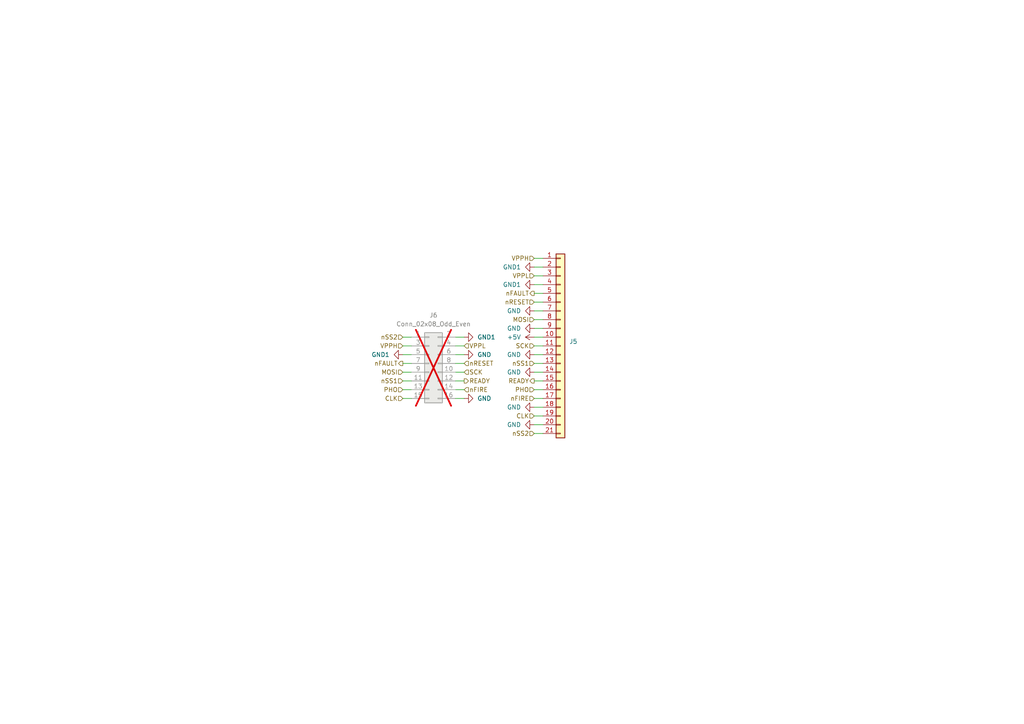
<source format=kicad_sch>
(kicad_sch (version 20231120) (generator "eeschema") (generator_version "8.0")
  (paper "A4")
  (title_block (title "Xaar 128 Driver") (date "2023-12-04") (rev "1.0.0"))
  (lib_symbols
    (symbol "Connector_Generic:Conn_01x21" (pin_names (offset 1.016) hide)
      (property "Reference" "J" (at 0 27.94 0))
      (property "Value" "Conn_01x21" (at 0 -27.94 0))
      (symbol "Conn_01x21_1_1"
        (rectangle (start -1.27 -25.273) (end 0 -25.527) (stroke (width 0.1524)))
        (rectangle (start -1.27 -22.733) (end 0 -22.987) (stroke (width 0.1524)))
        (rectangle (start -1.27 -20.193) (end 0 -20.447) (stroke (width 0.1524)))
        (rectangle (start -1.27 -17.653) (end 0 -17.907) (stroke (width 0.1524)))
        (rectangle (start -1.27 -15.113) (end 0 -15.367) (stroke (width 0.1524)))
        (rectangle (start -1.27 -12.573) (end 0 -12.827) (stroke (width 0.1524)))
        (rectangle (start -1.27 -10.033) (end 0 -10.287) (stroke (width 0.1524)))
        (rectangle (start -1.27 -7.493) (end 0 -7.747) (stroke (width 0.1524)))
        (rectangle (start -1.27 -4.953) (end 0 -5.207) (stroke (width 0.1524)))
        (rectangle (start -1.27 -2.413) (end 0 -2.667) (stroke (width 0.1524)))
        (rectangle (start -1.27 0.127) (end 0 -0.127) (stroke (width 0.1524)))
        (rectangle (start -1.27 2.667) (end 0 2.413) (stroke (width 0.1524)))
        (rectangle (start -1.27 5.207) (end 0 4.953) (stroke (width 0.1524)))
        (rectangle (start -1.27 7.747) (end 0 7.493) (stroke (width 0.1524)))
        (rectangle (start -1.27 10.287) (end 0 10.033) (stroke (width 0.1524)))
        (rectangle (start -1.27 12.827) (end 0 12.573) (stroke (width 0.1524)))
        (rectangle (start -1.27 15.367) (end 0 15.113) (stroke (width 0.1524)))
        (rectangle (start -1.27 17.907) (end 0 17.653) (stroke (width 0.1524)))
        (rectangle (start -1.27 20.447) (end 0 20.193) (stroke (width 0.1524)))
        (rectangle (start -1.27 22.987) (end 0 22.733) (stroke (width 0.1524)))
        (rectangle (start -1.27 25.527) (end 0 25.273) (stroke (width 0.1524)))
        (rectangle (start -1.27 26.67) (end 1.27 -26.67) (stroke (width 0.254)) (fill (type background)))
        (pin passive line (at -5.08 25.4 0) (length 3.81) (name "Pin_1") (number "1"))
        (pin passive line (at -5.08 2.54 0) (length 3.81) (name "Pin_10") (number "10"))
        (pin passive line (at -5.08 0 0) (length 3.81) (name "Pin_11") (number "11"))
        (pin passive line (at -5.08 -2.54 0) (length 3.81) (name "Pin_12") (number "12"))
        (pin passive line (at -5.08 -5.08 0) (length 3.81) (name "Pin_13") (number "13"))
        (pin passive line (at -5.08 -7.62 0) (length 3.81) (name "Pin_14") (number "14"))
        (pin passive line (at -5.08 -10.16 0) (length 3.81) (name "Pin_15") (number "15"))
        (pin passive line (at -5.08 -12.7 0) (length 3.81) (name "Pin_16") (number "16"))
        (pin passive line (at -5.08 -15.24 0) (length 3.81) (name "Pin_17") (number "17"))
        (pin passive line (at -5.08 -17.78 0) (length 3.81) (name "Pin_18") (number "18"))
        (pin passive line (at -5.08 -20.32 0) (length 3.81) (name "Pin_19") (number "19"))
        (pin passive line (at -5.08 22.86 0) (length 3.81) (name "Pin_2") (number "2"))
        (pin passive line (at -5.08 -22.86 0) (length 3.81) (name "Pin_20") (number "20"))
        (pin passive line (at -5.08 -25.4 0) (length 3.81) (name "Pin_21") (number "21"))
        (pin passive line (at -5.08 20.32 0) (length 3.81) (name "Pin_3") (number "3"))
        (pin passive line (at -5.08 17.78 0) (length 3.81) (name "Pin_4") (number "4"))
        (pin passive line (at -5.08 15.24 0) (length 3.81) (name "Pin_5") (number "5"))
        (pin passive line (at -5.08 12.7 0) (length 3.81) (name "Pin_6") (number "6"))
        (pin passive line (at -5.08 10.16 0) (length 3.81) (name "Pin_7") (number "7"))
        (pin passive line (at -5.08 7.62 0) (length 3.81) (name "Pin_8") (number "8"))
        (pin passive line (at -5.08 5.08 0) (length 3.81) (name "Pin_9") (number "9"))
      )
    )
    (symbol "Connector_Generic:Conn_02x08_Odd_Even" (pin_names (offset 1.016) hide)
      (property "Reference" "J" (at 1.27 10.16 0))
      (property "Value" "Conn_02x08_Odd_Even" (at 1.27 -12.7 0))
      (symbol "Conn_02x08_Odd_Even_1_1"
        (rectangle (start -1.27 -10.033) (end 0 -10.287) (stroke (width 0.1524)))
        (rectangle (start -1.27 -7.493) (end 0 -7.747) (stroke (width 0.1524)))
        (rectangle (start -1.27 -4.953) (end 0 -5.207) (stroke (width 0.1524)))
        (rectangle (start -1.27 -2.413) (end 0 -2.667) (stroke (width 0.1524)))
        (rectangle (start -1.27 0.127) (end 0 -0.127) (stroke (width 0.1524)))
        (rectangle (start -1.27 2.667) (end 0 2.413) (stroke (width 0.1524)))
        (rectangle (start -1.27 5.207) (end 0 4.953) (stroke (width 0.1524)))
        (rectangle (start -1.27 7.747) (end 0 7.493) (stroke (width 0.1524)))
        (rectangle (start -1.27 8.89) (end 3.81 -11.43) (stroke (width 0.254)) (fill (type background)))
        (rectangle (start 3.81 -10.033) (end 2.54 -10.287) (stroke (width 0.1524)))
        (rectangle (start 3.81 -7.493) (end 2.54 -7.747) (stroke (width 0.1524)))
        (rectangle (start 3.81 -4.953) (end 2.54 -5.207) (stroke (width 0.1524)))
        (rectangle (start 3.81 -2.413) (end 2.54 -2.667) (stroke (width 0.1524)))
        (rectangle (start 3.81 0.127) (end 2.54 -0.127) (stroke (width 0.1524)))
        (rectangle (start 3.81 2.667) (end 2.54 2.413) (stroke (width 0.1524)))
        (rectangle (start 3.81 5.207) (end 2.54 4.953) (stroke (width 0.1524)))
        (rectangle (start 3.81 7.747) (end 2.54 7.493) (stroke (width 0.1524)))
        (pin passive line (at -5.08 7.62 0) (length 3.81) (name "Pin_1") (number "1"))
        (pin passive line (at 7.62 -2.54 180) (length 3.81) (name "Pin_10") (number "10"))
        (pin passive line (at -5.08 -5.08 0) (length 3.81) (name "Pin_11") (number "11"))
        (pin passive line (at 7.62 -5.08 180) (length 3.81) (name "Pin_12") (number "12"))
        (pin passive line (at -5.08 -7.62 0) (length 3.81) (name "Pin_13") (number "13"))
        (pin passive line (at 7.62 -7.62 180) (length 3.81) (name "Pin_14") (number "14"))
        (pin passive line (at -5.08 -10.16 0) (length 3.81) (name "Pin_15") (number "15"))
        (pin passive line (at 7.62 -10.16 180) (length 3.81) (name "Pin_16") (number "16"))
        (pin passive line (at 7.62 7.62 180) (length 3.81) (name "Pin_2") (number "2"))
        (pin passive line (at -5.08 5.08 0) (length 3.81) (name "Pin_3") (number "3"))
        (pin passive line (at 7.62 5.08 180) (length 3.81) (name "Pin_4") (number "4"))
        (pin passive line (at -5.08 2.54 0) (length 3.81) (name "Pin_5") (number "5"))
        (pin passive line (at 7.62 2.54 180) (length 3.81) (name "Pin_6") (number "6"))
        (pin passive line (at -5.08 0 0) (length 3.81) (name "Pin_7") (number "7"))
        (pin passive line (at 7.62 0 180) (length 3.81) (name "Pin_8") (number "8"))
        (pin passive line (at -5.08 -2.54 0) (length 3.81) (name "Pin_9") (number "9"))
      )
    )
    (symbol "power:+5V" (power) (pin_names (offset 0))
      (property "Value" "+5V" (at 0 3.556 0))
      (symbol "+5V_0_1"
        (polyline (pts (xy -0.762 1.27) (xy 0 2.54)))
        (polyline (pts (xy 0 0) (xy 0 2.54)))
        (polyline (pts (xy 0 2.54) (xy 0.762 1.27)))
      )
      (symbol "+5V_1_1"
        (pin power_in line (at 0 0 90) (length 0) hide (name "+5V") (number "1"))
      )
    )
    (symbol "power:GND" (power) (pin_names (offset 0))
      (property "Value" "GND" (at 0 -3.81 0))
      (symbol "GND_0_1"
        (polyline (pts (xy 0 0) (xy 0 -1.27) (xy 1.27 -1.27) (xy 0 -2.54) (xy -1.27 -1.27) (xy 0 -1.27)))
      )
      (symbol "GND_1_1"
        (pin power_in line (at 0 0 270) (length 0) hide (name "GND") (number "1"))
      )
    )
    (symbol "power:GND1" (power) (pin_names (offset 0))
      (property "Value" "GND1" (at 0 -3.81 0))
      (symbol "GND1_0_1"
        (polyline (pts (xy 0 0) (xy 0 -1.27) (xy 1.27 -1.27) (xy 0 -2.54) (xy -1.27 -1.27) (xy 0 -1.27)))
      )
      (symbol "GND1_1_1"
        (pin power_in line (at 0 0 270) (length 0) hide (name "GND1") (number "1"))
      )
    )
  )
  (wire (pts (xy 154.94 107.95) (xy 157.48 107.95)))
  (wire (pts (xy 154.94 118.11) (xy 157.48 118.11)))
  (wire (pts (xy 154.94 105.41) (xy 157.48 105.41)))
  (wire (pts (xy 154.94 80.01) (xy 157.48 80.01)))
  (wire (pts (xy 132.08 97.79) (xy 134.62 97.79)))
  (wire (pts (xy 132.08 102.87) (xy 134.62 102.87)))
  (wire (pts (xy 132.08 105.41) (xy 134.62 105.41)))
  (wire (pts (xy 116.84 100.33) (xy 119.38 100.33)))
  (wire (pts (xy 154.94 115.57) (xy 157.48 115.57)))
  (wire (pts (xy 154.94 87.63) (xy 157.48 87.63)))
  (wire (pts (xy 116.84 105.41) (xy 119.38 105.41)))
  (wire (pts (xy 132.08 107.95) (xy 134.62 107.95)))
  (wire (pts (xy 116.84 107.95) (xy 119.38 107.95)))
  (wire (pts (xy 116.84 115.57) (xy 119.38 115.57)))
  (wire (pts (xy 154.94 77.47) (xy 157.48 77.47)))
  (wire (pts (xy 154.94 95.25) (xy 157.48 95.25)))
  (wire (pts (xy 116.84 102.87) (xy 119.38 102.87)))
  (wire (pts (xy 116.84 110.49) (xy 119.38 110.49)))
  (wire (pts (xy 154.94 120.65) (xy 157.48 120.65)))
  (wire (pts (xy 154.94 110.49) (xy 157.48 110.49)))
  (wire (pts (xy 154.94 102.87) (xy 157.48 102.87)))
  (wire (pts (xy 154.94 113.03) (xy 157.48 113.03)))
  (wire (pts (xy 154.94 85.09) (xy 157.48 85.09)))
  (wire (pts (xy 154.94 82.55) (xy 157.48 82.55)))
  (wire (pts (xy 154.94 90.17) (xy 157.48 90.17)))
  (wire (pts (xy 132.08 100.33) (xy 134.62 100.33)))
  (wire (pts (xy 154.94 92.71) (xy 157.48 92.71)))
  (wire (pts (xy 116.84 97.79) (xy 119.38 97.79)))
  (wire (pts (xy 132.08 113.03) (xy 134.62 113.03)))
  (wire (pts (xy 154.94 125.73) (xy 157.48 125.73)))
  (wire (pts (xy 154.94 123.19) (xy 157.48 123.19)))
  (wire (pts (xy 116.84 113.03) (xy 119.38 113.03)))
  (wire (pts (xy 154.94 74.93) (xy 157.48 74.93)))
  (wire (pts (xy 132.08 110.49) (xy 134.62 110.49)))
  (wire (pts (xy 154.94 97.79) (xy 157.48 97.79)))
  (wire (pts (xy 132.08 115.57) (xy 134.62 115.57)))
  (wire (pts (xy 154.94 100.33) (xy 157.48 100.33)))
  (hierarchical_label "nSS1" (shape input) (at 154.94 105.41 180))
  (hierarchical_label "CLK" (shape input) (at 154.94 120.65 180))
  (hierarchical_label "VPPL" (shape input) (at 154.94 80.01 180))
  (hierarchical_label "nSS2" (shape input) (at 116.84 97.79 180))
  (hierarchical_label "nFIRE" (shape input) (at 134.62 113.03 0))
  (hierarchical_label "PHO" (shape input) (at 116.84 113.03 180))
  (hierarchical_label "nSS1" (shape input) (at 116.84 110.49 180))
  (hierarchical_label "nRESET" (shape input) (at 134.62 105.41 0))
  (hierarchical_label "MOSI" (shape input) (at 154.94 92.71 180))
  (hierarchical_label "MOSI" (shape input) (at 116.84 107.95 180))
  (hierarchical_label "VPPH" (shape input) (at 154.94 74.93 180))
  (hierarchical_label "SCK" (shape input) (at 154.94 100.33 180))
  (hierarchical_label "VPPL" (shape input) (at 134.62 100.33 0))
  (hierarchical_label "nFAULT" (shape output) (at 116.84 105.41 180))
  (hierarchical_label "CLK" (shape input) (at 116.84 115.57 180))
  (hierarchical_label "nSS2" (shape input) (at 154.94 125.73 180))
  (hierarchical_label "nFAULT" (shape output) (at 154.94 85.09 180))
  (hierarchical_label "VPPH" (shape input) (at 116.84 100.33 180))
  (hierarchical_label "nRESET" (shape input) (at 154.94 87.63 180))
  (hierarchical_label "SCK" (shape input) (at 134.62 107.95 0))
  (hierarchical_label "READY" (shape output) (at 154.94 110.49 180))
  (hierarchical_label "PHO" (shape input) (at 154.94 113.03 180))
  (hierarchical_label "READY" (shape output) (at 134.62 110.49 0))
  (hierarchical_label "nFIRE" (shape input) (at 154.94 115.57 180))
  (symbol (lib_id "power:GND1") (at 154.94 82.55 270) (unit 1)
    (property "Reference" "#PWR0117" (effects (hide yes)))
    (property "Value" "GND1" (at 151.13 82.55 90) (effects (justify right)))
  )
  (symbol (lib_id "power:GND") (at 134.62 102.87 90) (unit 1)
    (property "Reference" "#PWR092" (effects (hide yes)))
    (property "Value" "GND" (at 138.43 102.87 90) (effects (justify right)))
  )
  (symbol (lib_id "power:GND") (at 154.94 95.25 270) (unit 1)
    (property "Reference" "#PWR086" (effects (hide yes)))
    (property "Value" "GND" (at 151.13 95.25 90) (effects (justify right)))
  )
  (symbol (lib_id "power:GND") (at 154.94 102.87 270) (unit 1)
    (property "Reference" "#PWR089" (effects (hide yes)))
    (property "Value" "GND" (at 151.13 102.87 90) (effects (justify right)))
  )
  (symbol (lib_id "Connector_Generic:Conn_02x08_Odd_Even") (at 124.46 105.41 0) (unit 1) (on_board no) (dnp yes)
    (property "Reference" "J6" (at 125.73 91.44 0))
    (property "Value" "Conn_02x08_Odd_Even" (at 125.73 93.98 0))
    (property "Footprint" "Connector_IDC:IDC-Header_2x08_P2.54mm_Vertical" (effects (hide yes)))
    (property "RSBestNr" "771-8357" (effects (hide yes)))
    (property "Supplier" "RS" (effects (hide yes)))
  )
  (symbol (lib_id "power:GND1") (at 116.84 102.87 270) (unit 1)
    (property "Reference" "#PWR0115" (effects (hide yes)))
    (property "Value" "GND1" (at 113.03 102.87 90) (effects (justify right)))
  )
  (symbol (lib_id "power:GND1") (at 134.62 97.79 90) (unit 1)
    (property "Reference" "#PWR0114" (effects (hide yes)))
    (property "Value" "GND1" (at 138.43 97.79 90) (effects (justify right)))
  )
  (symbol (lib_id "power:GND") (at 154.94 90.17 270) (unit 1)
    (property "Reference" "#PWR084" (effects (hide yes)))
    (property "Value" "GND" (at 151.13 90.17 90) (effects (justify right)))
  )
  (symbol (lib_id "power:GND") (at 154.94 107.95 270) (unit 1)
    (property "Reference" "#PWR087" (effects (hide yes)))
    (property "Value" "GND" (at 151.13 107.95 90) (effects (justify right)))
  )
  (symbol (lib_id "power:GND") (at 154.94 123.19 270) (unit 1)
    (property "Reference" "#PWR082" (effects (hide yes)))
    (property "Value" "GND" (at 151.13 123.19 90) (effects (justify right)))
  )
  (symbol (lib_id "power:+5V") (at 154.94 97.79 90) (unit 1)
    (property "Reference" "#PWR083" (effects (hide yes)))
    (property "Value" "+5V" (at 151.13 97.79 90) (effects (justify left)))
  )
  (symbol (lib_id "Connector_Generic:Conn_01x21") (at 162.56 100.33 0) (unit 1)
    (property "Reference" "J5" (at 165.1 99.06 0) (effects (justify left)))
    (property "Value" "Conn_01x21" (effects (hide yes)))
    (property "Footprint" "Molex_200528:Molex_200528-0210_1x21-1MP_P1.00mm_Horizontal" (effects (hide yes)))
    (property "Supplier" "Printerbox" (effects (hide yes)))
  )
  (symbol (lib_id "power:GND") (at 154.94 118.11 270) (unit 1)
    (property "Reference" "#PWR085" (effects (hide yes)))
    (property "Value" "GND" (at 151.13 118.11 90) (effects (justify right)))
  )
  (symbol (lib_id "power:GND") (at 134.62 115.57 90) (unit 1)
    (property "Reference" "#PWR093" (effects (hide yes)))
    (property "Value" "GND" (at 138.43 115.57 90) (effects (justify right)))
  )
  (symbol (lib_id "power:GND1") (at 154.94 77.47 270) (unit 1)
    (property "Reference" "#PWR0116" (effects (hide yes)))
    (property "Value" "GND1" (at 151.13 77.47 90) (effects (justify right)))
  )
)
</source>
